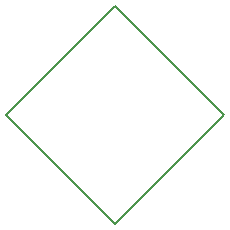
<source format=gbr>
G04 #@! TF.FileFunction,Other,User*
%FSLAX46Y46*%
G04 Gerber Fmt 4.6, Leading zero omitted, Abs format (unit mm)*
G04 Created by KiCad (PCBNEW 4.0.1-stable) date Friday, September 23, 2016 'AMt' 01:17:15 AM*
%MOMM*%
G01*
G04 APERTURE LIST*
%ADD10C,0.100000*%
%ADD11C,0.150000*%
G04 APERTURE END LIST*
D10*
D11*
X121471748Y-76345864D02*
X130664136Y-85538252D01*
X130664136Y-85538252D02*
X139856524Y-76345864D01*
X139856524Y-76345864D02*
X130664136Y-67153476D01*
X130664136Y-67153476D02*
X121471748Y-76345864D01*
M02*

</source>
